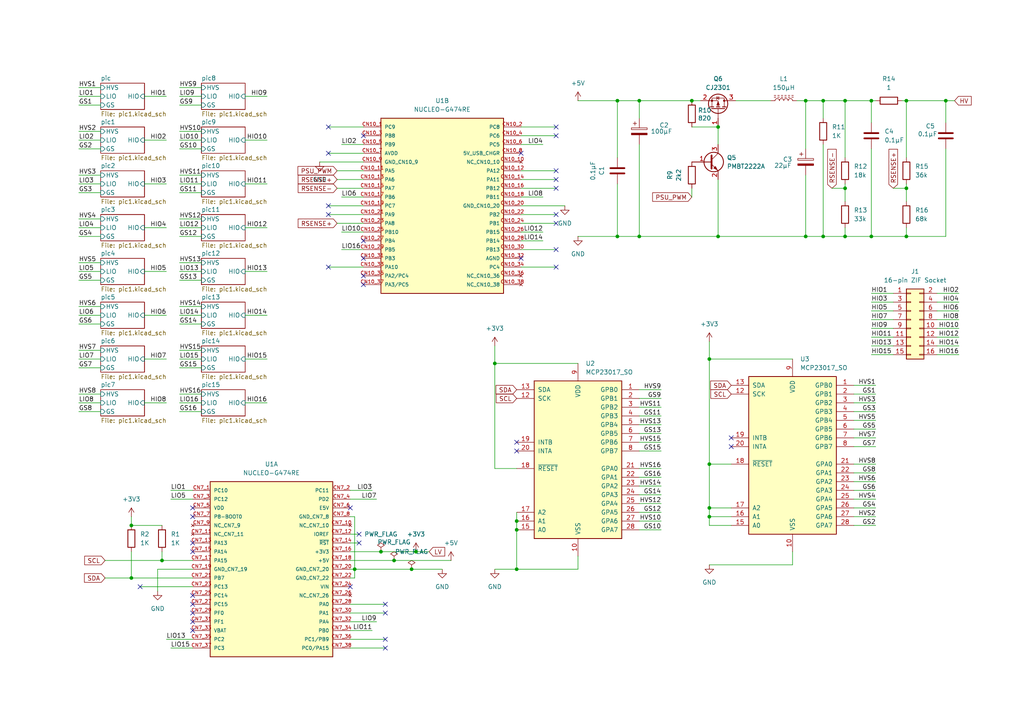
<source format=kicad_sch>
(kicad_sch (version 20231120) (generator "eeschema") (generator_version "8.0")
  (paper "A4")
  (junction (at 38.1 152.4))
  (junction (at 262.89 29.21))
  (junction (at 245.11 29.21))
  (junction (at 238.76 29.21))
  (junction (at 262.89 68.58))
  (junction (at 179.07 68.58))
  (junction (at 149.86 165.1))
  (junction (at 205.74 134.62))
  (junction (at 120.65 160.02))
  (junction (at 233.68 29.21))
  (junction (at 149.86 151.13))
  (junction (at 185.42 29.21))
  (junction (at 38.1 167.64))
  (junction (at 143.51 105.41))
  (junction (at 208.28 36.83))
  (junction (at 205.74 149.86))
  (junction (at 233.68 68.58))
  (junction (at 179.07 29.21))
  (junction (at 208.28 68.58))
  (junction (at 245.11 54.61))
  (junction (at 205.74 147.32))
  (junction (at 200.66 29.21))
  (junction (at 238.76 68.58))
  (junction (at 252.73 29.21))
  (junction (at 110.49 160.02))
  (junction (at 245.11 68.58))
  (junction (at 274.32 29.21))
  (junction (at 114.3 162.56))
  (junction (at 262.89 54.61))
  (junction (at 149.86 153.67))
  (junction (at 46.99 162.56))
  (junction (at 205.74 104.14))
  (junction (at 252.73 68.58))
  (junction (at 102.87 165.1))
  (junction (at 185.42 68.58))
  (junction (at 119.38 165.1))
  (no_connect (at 55.88 177.8))
  (no_connect (at 105.41 69.85))
  (no_connect (at 104.14 154.94))
  (no_connect (at 161.29 54.61))
  (no_connect (at 105.41 80.01))
  (no_connect (at 101.6 170.18))
  (no_connect (at 111.76 187.96))
  (no_connect (at 55.88 147.32))
  (no_connect (at 105.41 74.93))
  (no_connect (at 40.64 170.18))
  (no_connect (at 95.25 44.45))
  (no_connect (at 55.88 182.88))
  (no_connect (at 55.88 149.86))
  (no_connect (at 161.29 52.07))
  (no_connect (at 105.41 82.55))
  (no_connect (at 151.13 74.93))
  (no_connect (at 161.29 49.53))
  (no_connect (at 161.29 64.77))
  (no_connect (at 101.6 147.32))
  (no_connect (at 111.76 185.42))
  (no_connect (at 212.09 127))
  (no_connect (at 212.09 129.54))
  (no_connect (at 111.76 175.26))
  (no_connect (at 95.25 59.69))
  (no_connect (at 149.86 130.81))
  (no_connect (at 111.76 177.8))
  (no_connect (at 104.14 157.48))
  (no_connect (at 55.88 160.02))
  (no_connect (at 161.29 36.83))
  (no_connect (at 95.25 36.83))
  (no_connect (at 161.29 72.39))
  (no_connect (at 161.29 77.47))
  (no_connect (at 95.25 77.47))
  (no_connect (at 95.25 62.23))
  (no_connect (at 55.88 175.26))
  (no_connect (at 55.88 172.72))
  (no_connect (at 151.13 44.45))
  (no_connect (at 55.88 180.34))
  (no_connect (at 161.29 62.23))
  (no_connect (at 161.29 39.37))
  (no_connect (at 149.86 128.27))
  (no_connect (at 105.41 39.37))
  (no_connect (at 55.88 157.48))
  (wire (pts (xy 52.07 27.94) (xy 58.42 27.94)))
  (wire (pts (xy 22.86 40.64) (xy 29.21 40.64)))
  (wire (pts (xy 101.6 160.02) (xy 110.49 160.02)))
  (wire (pts (xy 55.88 185.42) (xy 48.26 185.42)))
  (wire (pts (xy 274.32 29.21) (xy 274.32 35.56)))
  (wire (pts (xy 185.42 68.58) (xy 208.28 68.58)))
  (wire (pts (xy 208.28 68.58) (xy 233.68 68.58)))
  (wire (pts (xy 105.41 59.69) (xy 95.25 59.69)))
  (wire (pts (xy 52.07 81.28) (xy 58.42 81.28)))
  (wire (pts (xy 52.07 25.4) (xy 58.42 25.4)))
  (wire (pts (xy 245.11 53.34) (xy 245.11 54.61)))
  (wire (pts (xy 191.77 130.81) (xy 185.42 130.81)))
  (wire (pts (xy 254 149.86) (xy 247.65 149.86)))
  (wire (pts (xy 22.86 78.74) (xy 29.21 78.74)))
  (wire (pts (xy 22.86 68.58) (xy 29.21 68.58)))
  (wire (pts (xy 143.51 105.41) (xy 143.51 100.33)))
  (wire (pts (xy 22.86 88.9) (xy 29.21 88.9)))
  (wire (pts (xy 151.13 62.23) (xy 161.29 62.23)))
  (wire (pts (xy 274.32 29.21) (xy 276.86 29.21)))
  (wire (pts (xy 114.3 162.56) (xy 130.81 162.56)))
  (wire (pts (xy 254 119.38) (xy 247.65 119.38)))
  (wire (pts (xy 143.51 105.41) (xy 167.64 105.41)))
  (wire (pts (xy 52.07 114.3) (xy 58.42 114.3)))
  (wire (pts (xy 52.07 68.58) (xy 58.42 68.58)))
  (wire (pts (xy 191.77 115.57) (xy 185.42 115.57)))
  (wire (pts (xy 77.47 40.64) (xy 71.12 40.64)))
  (wire (pts (xy 151.13 64.77) (xy 161.29 64.77)))
  (wire (pts (xy 200.66 54.61) (xy 200.66 57.15)))
  (wire (pts (xy 191.77 125.73) (xy 185.42 125.73)))
  (wire (pts (xy 105.41 54.61) (xy 97.79 54.61)))
  (wire (pts (xy 205.74 149.86) (xy 205.74 152.4)))
  (wire (pts (xy 101.6 177.8) (xy 111.76 177.8)))
  (wire (pts (xy 191.77 143.51) (xy 185.42 143.51)))
  (wire (pts (xy 262.89 66.04) (xy 262.89 68.58)))
  (wire (pts (xy 22.86 114.3) (xy 29.21 114.3)))
  (wire (pts (xy 252.73 43.18) (xy 252.73 68.58)))
  (wire (pts (xy 233.68 29.21) (xy 238.76 29.21)))
  (wire (pts (xy 45.72 171.45) (xy 45.72 165.1)))
  (wire (pts (xy 143.51 165.1) (xy 149.86 165.1)))
  (wire (pts (xy 22.86 91.44) (xy 29.21 91.44)))
  (wire (pts (xy 46.99 152.4) (xy 38.1 152.4)))
  (wire (pts (xy 149.86 135.89) (xy 143.51 135.89)))
  (wire (pts (xy 101.6 144.78) (xy 109.22 144.78)))
  (wire (pts (xy 52.07 93.98) (xy 58.42 93.98)))
  (wire (pts (xy 105.41 72.39) (xy 99.06 72.39)))
  (wire (pts (xy 48.26 78.74) (xy 41.91 78.74)))
  (wire (pts (xy 205.74 152.4) (xy 212.09 152.4)))
  (wire (pts (xy 105.41 62.23) (xy 95.25 62.23)))
  (wire (pts (xy 252.73 100.33) (xy 259.08 100.33)))
  (wire (pts (xy 233.68 68.58) (xy 238.76 68.58)))
  (wire (pts (xy 105.41 49.53) (xy 97.79 49.53)))
  (wire (pts (xy 105.41 67.31) (xy 99.06 67.31)))
  (wire (pts (xy 191.77 148.59) (xy 185.42 148.59)))
  (wire (pts (xy 261.62 29.21) (xy 262.89 29.21)))
  (wire (pts (xy 22.86 30.48) (xy 29.21 30.48)))
  (wire (pts (xy 167.64 68.58) (xy 179.07 68.58)))
  (wire (pts (xy 252.73 85.09) (xy 259.08 85.09)))
  (wire (pts (xy 102.87 167.64) (xy 102.87 165.1)))
  (wire (pts (xy 245.11 68.58) (xy 252.73 68.58)))
  (wire (pts (xy 38.1 152.4) (xy 38.1 149.86)))
  (wire (pts (xy 101.6 142.24) (xy 107.95 142.24)))
  (wire (pts (xy 254 127) (xy 247.65 127)))
  (wire (pts (xy 252.73 97.79) (xy 259.08 97.79)))
  (wire (pts (xy 252.73 87.63) (xy 259.08 87.63)))
  (wire (pts (xy 245.11 29.21) (xy 245.11 45.72)))
  (wire (pts (xy 46.99 162.56) (xy 55.88 162.56)))
  (wire (pts (xy 233.68 29.21) (xy 233.68 43.18)))
  (wire (pts (xy 254 114.3) (xy 247.65 114.3)))
  (wire (pts (xy 55.88 187.96) (xy 49.53 187.96)))
  (wire (pts (xy 262.89 53.34) (xy 262.89 54.61)))
  (wire (pts (xy 105.41 46.99) (xy 92.71 46.99)))
  (wire (pts (xy 48.26 40.64) (xy 41.91 40.64)))
  (wire (pts (xy 105.41 36.83) (xy 95.25 36.83)))
  (wire (pts (xy 38.1 160.02) (xy 38.1 167.64)))
  (wire (pts (xy 48.26 53.34) (xy 41.91 53.34)))
  (wire (pts (xy 179.07 29.21) (xy 185.42 29.21)))
  (wire (pts (xy 151.13 49.53) (xy 161.29 49.53)))
  (wire (pts (xy 262.89 68.58) (xy 274.32 68.58)))
  (wire (pts (xy 254 144.78) (xy 247.65 144.78)))
  (wire (pts (xy 105.41 44.45) (xy 95.25 44.45)))
  (wire (pts (xy 38.1 167.64) (xy 55.88 167.64)))
  (wire (pts (xy 205.74 147.32) (xy 205.74 149.86)))
  (wire (pts (xy 52.07 116.84) (xy 58.42 116.84)))
  (wire (pts (xy 191.77 113.03) (xy 185.42 113.03)))
  (wire (pts (xy 254 121.92) (xy 247.65 121.92)))
  (wire (pts (xy 101.6 175.26) (xy 111.76 175.26)))
  (wire (pts (xy 46.99 160.02) (xy 46.99 162.56)))
  (wire (pts (xy 191.77 146.05) (xy 185.42 146.05)))
  (wire (pts (xy 205.74 163.83) (xy 229.87 163.83)))
  (wire (pts (xy 205.74 134.62) (xy 205.74 104.14)))
  (wire (pts (xy 52.07 119.38) (xy 58.42 119.38)))
  (wire (pts (xy 105.41 77.47) (xy 95.25 77.47)))
  (wire (pts (xy 52.07 38.1) (xy 58.42 38.1)))
  (wire (pts (xy 105.41 57.15) (xy 99.06 57.15)))
  (wire (pts (xy 245.11 29.21) (xy 252.73 29.21)))
  (wire (pts (xy 262.89 29.21) (xy 262.89 45.72)))
  (wire (pts (xy 149.86 151.13) (xy 149.86 153.67)))
  (wire (pts (xy 254 137.16) (xy 247.65 137.16)))
  (wire (pts (xy 252.73 95.25) (xy 259.08 95.25)))
  (wire (pts (xy 149.86 165.1) (xy 167.64 165.1)))
  (wire (pts (xy 254 116.84) (xy 247.65 116.84)))
  (wire (pts (xy 151.13 54.61) (xy 161.29 54.61)))
  (wire (pts (xy 205.74 149.86) (xy 212.09 149.86)))
  (wire (pts (xy 191.77 138.43) (xy 185.42 138.43)))
  (wire (pts (xy 233.68 50.8) (xy 233.68 68.58)))
  (wire (pts (xy 241.3 54.61) (xy 245.11 54.61)))
  (wire (pts (xy 48.26 91.44) (xy 41.91 91.44)))
  (wire (pts (xy 278.13 90.17) (xy 271.78 90.17)))
  (wire (pts (xy 254 134.62) (xy 247.65 134.62)))
  (wire (pts (xy 22.86 27.94) (xy 29.21 27.94)))
  (wire (pts (xy 262.89 29.21) (xy 274.32 29.21)))
  (wire (pts (xy 52.07 78.74) (xy 58.42 78.74)))
  (wire (pts (xy 252.73 92.71) (xy 259.08 92.71)))
  (wire (pts (xy 101.6 185.42) (xy 111.76 185.42)))
  (wire (pts (xy 55.88 142.24) (xy 49.53 142.24)))
  (wire (pts (xy 208.28 36.83) (xy 208.28 41.91)))
  (wire (pts (xy 212.09 134.62) (xy 205.74 134.62)))
  (wire (pts (xy 254 139.7) (xy 247.65 139.7)))
  (wire (pts (xy 143.51 135.89) (xy 143.51 105.41)))
  (wire (pts (xy 254 124.46) (xy 247.65 124.46)))
  (wire (pts (xy 278.13 95.25) (xy 271.78 95.25)))
  (wire (pts (xy 274.32 43.18) (xy 274.32 68.58)))
  (wire (pts (xy 167.64 29.21) (xy 179.07 29.21)))
  (wire (pts (xy 254 129.54) (xy 247.65 129.54)))
  (wire (pts (xy 252.73 90.17) (xy 259.08 90.17)))
  (wire (pts (xy 110.49 160.02) (xy 120.65 160.02)))
  (wire (pts (xy 22.86 93.98) (xy 29.21 93.98)))
  (wire (pts (xy 101.6 180.34) (xy 109.22 180.34)))
  (wire (pts (xy 30.48 162.56) (xy 46.99 162.56)))
  (wire (pts (xy 254 147.32) (xy 247.65 147.32)))
  (wire (pts (xy 200.66 29.21) (xy 203.2 29.21)))
  (wire (pts (xy 191.77 120.65) (xy 185.42 120.65)))
  (wire (pts (xy 120.65 160.02) (xy 124.46 160.02)))
  (wire (pts (xy 245.11 54.61) (xy 245.11 58.42)))
  (wire (pts (xy 52.07 88.9) (xy 58.42 88.9)))
  (wire (pts (xy 191.77 135.89) (xy 185.42 135.89)))
  (wire (pts (xy 205.74 134.62) (xy 205.74 147.32)))
  (wire (pts (xy 167.64 165.1) (xy 167.64 161.29)))
  (wire (pts (xy 22.86 25.4) (xy 29.21 25.4)))
  (wire (pts (xy 238.76 41.91) (xy 238.76 68.58)))
  (wire (pts (xy 278.13 87.63) (xy 271.78 87.63)))
  (wire (pts (xy 105.41 64.77) (xy 97.79 64.77)))
  (wire (pts (xy 52.07 40.64) (xy 58.42 40.64)))
  (wire (pts (xy 205.74 147.32) (xy 212.09 147.32)))
  (wire (pts (xy 252.73 29.21) (xy 252.73 35.56)))
  (wire (pts (xy 205.74 104.14) (xy 205.74 99.06)))
  (wire (pts (xy 48.26 116.84) (xy 41.91 116.84)))
  (wire (pts (xy 77.47 78.74) (xy 71.12 78.74)))
  (wire (pts (xy 22.86 104.14) (xy 29.21 104.14)))
  (wire (pts (xy 52.07 66.04) (xy 58.42 66.04)))
  (wire (pts (xy 40.64 170.18) (xy 55.88 170.18)))
  (wire (pts (xy 262.89 54.61) (xy 262.89 58.42)))
  (wire (pts (xy 278.13 85.09) (xy 271.78 85.09)))
  (wire (pts (xy 77.47 104.14) (xy 71.12 104.14)))
  (wire (pts (xy 77.47 66.04) (xy 71.12 66.04)))
  (wire (pts (xy 245.11 66.04) (xy 245.11 68.58)))
  (wire (pts (xy 151.13 72.39) (xy 161.29 72.39)))
  (wire (pts (xy 151.13 57.15) (xy 157.48 57.15)))
  (wire (pts (xy 205.74 104.14) (xy 229.87 104.14)))
  (wire (pts (xy 252.73 102.87) (xy 259.08 102.87)))
  (wire (pts (xy 22.86 119.38) (xy 29.21 119.38)))
  (wire (pts (xy 52.07 63.5) (xy 58.42 63.5)))
  (wire (pts (xy 101.6 154.94) (xy 104.14 154.94)))
  (wire (pts (xy 191.77 153.67) (xy 185.42 153.67)))
  (wire (pts (xy 22.86 63.5) (xy 29.21 63.5)))
  (wire (pts (xy 278.13 97.79) (xy 271.78 97.79)))
  (wire (pts (xy 213.36 29.21) (xy 223.52 29.21)))
  (wire (pts (xy 52.07 91.44) (xy 58.42 91.44)))
  (wire (pts (xy 52.07 53.34) (xy 58.42 53.34)))
  (wire (pts (xy 208.28 52.07) (xy 208.28 68.58)))
  (wire (pts (xy 151.13 69.85) (xy 157.48 69.85)))
  (wire (pts (xy 45.72 165.1) (xy 55.88 165.1)))
  (wire (pts (xy 151.13 59.69) (xy 163.83 59.69)))
  (wire (pts (xy 77.47 91.44) (xy 71.12 91.44)))
  (wire (pts (xy 30.48 167.64) (xy 38.1 167.64)))
  (wire (pts (xy 252.73 68.58) (xy 262.89 68.58)))
  (wire (pts (xy 48.26 27.94) (xy 41.91 27.94)))
  (wire (pts (xy 52.07 106.68) (xy 58.42 106.68)))
  (wire (pts (xy 101.6 182.88) (xy 107.95 182.88)))
  (wire (pts (xy 52.07 50.8) (xy 58.42 50.8)))
  (wire (pts (xy 185.42 29.21) (xy 185.42 34.29)))
  (wire (pts (xy 151.13 77.47) (xy 161.29 77.47)))
  (wire (pts (xy 22.86 76.2) (xy 29.21 76.2)))
  (wire (pts (xy 278.13 102.87) (xy 271.78 102.87)))
  (wire (pts (xy 191.77 118.11) (xy 185.42 118.11)))
  (wire (pts (xy 52.07 104.14) (xy 58.42 104.14)))
  (wire (pts (xy 254 152.4) (xy 247.65 152.4)))
  (wire (pts (xy 151.13 67.31) (xy 157.48 67.31)))
  (wire (pts (xy 48.26 104.14) (xy 41.91 104.14)))
  (wire (pts (xy 52.07 101.6) (xy 58.42 101.6)))
  (wire (pts (xy 151.13 39.37) (xy 161.29 39.37)))
  (wire (pts (xy 151.13 36.83) (xy 161.29 36.83)))
  (wire (pts (xy 179.07 53.34) (xy 179.07 68.58)))
  (wire (pts (xy 238.76 29.21) (xy 245.11 29.21)))
  (wire (pts (xy 48.26 66.04) (xy 41.91 66.04)))
  (wire (pts (xy 191.77 128.27) (xy 185.42 128.27)))
  (wire (pts (xy 105.41 41.91) (xy 99.06 41.91)))
  (wire (pts (xy 55.88 144.78) (xy 49.53 144.78)))
  (wire (pts (xy 101.6 165.1) (xy 102.87 165.1)))
  (wire (pts (xy 191.77 151.13) (xy 185.42 151.13)))
  (wire (pts (xy 52.07 30.48) (xy 58.42 30.48)))
  (wire (pts (xy 101.6 187.96) (xy 111.76 187.96)))
  (wire (pts (xy 52.07 43.18) (xy 58.42 43.18)))
  (wire (pts (xy 119.38 165.1) (xy 128.27 165.1)))
  (wire (pts (xy 151.13 41.91) (xy 157.48 41.91)))
  (wire (pts (xy 77.47 27.94) (xy 71.12 27.94)))
  (wire (pts (xy 77.47 116.84) (xy 71.12 116.84)))
  (wire (pts (xy 149.86 148.59) (xy 149.86 151.13)))
  (wire (pts (xy 254 142.24) (xy 247.65 142.24)))
  (wire (pts (xy 278.13 100.33) (xy 271.78 100.33)))
  (wire (pts (xy 238.76 68.58) (xy 245.11 68.58)))
  (wire (pts (xy 22.86 101.6) (xy 29.21 101.6)))
  (wire (pts (xy 22.86 106.68) (xy 29.21 106.68)))
  (wire (pts (xy 185.42 29.21) (xy 200.66 29.21)))
  (wire (pts (xy 101.6 162.56) (xy 114.3 162.56)))
  (wire (pts (xy 278.13 92.71) (xy 271.78 92.71)))
  (wire (pts (xy 179.07 29.21) (xy 179.07 45.72)))
  (wire (pts (xy 22.86 81.28) (xy 29.21 81.28)))
  (wire (pts (xy 200.66 36.83) (xy 208.28 36.83)))
  (wire (pts (xy 149.86 153.67) (xy 149.86 165.1)))
  (wire (pts (xy 105.41 52.07) (xy 97.79 52.07)))
  (wire (pts (xy 102.87 149.86) (xy 101.6 149.86)))
  (wire (pts (xy 22.86 53.34) (xy 29.21 53.34)))
  (wire (pts (xy 102.87 165.1) (xy 102.87 149.86)))
  (wire (pts (xy 22.86 116.84) (xy 29.21 116.84)))
  (wire (pts (xy 151.13 52.07) (xy 161.29 52.07)))
  (wire (pts (xy 252.73 29.21) (xy 254 29.21)))
  (wire (pts (xy 191.77 140.97) (xy 185.42 140.97)))
  (wire (pts (xy 254 111.76) (xy 247.65 111.76)))
  (wire (pts (xy 101.6 167.64) (xy 102.87 167.64)))
  (wire (pts (xy 22.86 66.04) (xy 29.21 66.04)))
  (wire (pts (xy 238.76 29.21) (xy 238.76 34.29)))
  (wire (pts (xy 231.14 29.21) (xy 233.68 29.21)))
  (wire (pts (xy 22.86 50.8) (xy 29.21 50.8)))
  (wire (pts (xy 22.86 55.88) (xy 29.21 55.88)))
  (wire (pts (xy 22.86 43.18) (xy 29.21 43.18)))
  (wire (pts (xy 179.07 68.58) (xy 185.42 68.58)))
  (wire (pts (xy 229.87 163.83) (xy 229.87 160.02)))
  (wire (pts (xy 102.87 165.1) (xy 119.38 165.1)))
  (wire (pts (xy 259.08 54.61) (xy 262.89 54.61)))
  (wire (pts (xy 77.47 53.34) (xy 71.12 53.34)))
  (wire (pts (xy 52.07 76.2) (xy 58.42 76.2)))
  (wire (pts (xy 101.6 157.48) (xy 104.14 157.48)))
  (wire (pts (xy 52.07 55.88) (xy 58.42 55.88)))
  (wire (pts (xy 22.86 38.1) (xy 29.21 38.1)))
  (wire (pts (xy 185.42 41.91) (xy 185.42 68.58)))
  (wire (pts (xy 191.77 123.19) (xy 185.42 123.19)))
  (label "GS14" (at 191.77 143.51 180))
  (label "GS12" (at 191.77 148.59 180))
  (label "HVS1" (at 254 111.76 180))
  (label "GS12" (at 52.07 68.58 0))
  (label "GS10" (at 191.77 153.67 180))
  (label "GS16" (at 52.07 119.38 0))
  (label "HIO10" (at 278.13 95.25 180))
  (label "LIO8" (at 22.86 116.84 0))
  (label "LIO1" (at 49.53 142.24 0))
  (label "HVS10" (at 52.07 38.1 0))
  (label "HVS6" (at 254 139.7 180))
  (label "HVS8" (at 22.86 114.3 0))
  (label "LIO8" (at 157.48 57.15 180))
  (label "HIO12" (at 278.13 97.79 180))
  (label "GS14" (at 52.07 93.98 0))
  (label "HVS12" (at 52.07 63.5 0))
  (label "HIO7" (at 252.73 92.71 0))
  (label "HIO16" (at 77.47 116.84 180))
  (label "HIO14" (at 77.47 91.44 180))
  (label "LIO16" (at 52.07 116.84 0))
  (label "LIO1" (at 22.86 27.94 0))
  (label "HVS13" (at 191.77 123.19 180))
  (label "HIO11" (at 77.47 53.34 180))
  (label "GS3" (at 22.86 55.88 0))
  (label "HVS16" (at 191.77 135.89 180))
  (label "LIO13" (at 52.07 78.74 0))
  (label "HIO7" (at 48.26 104.14 180))
  (label "GS4" (at 254 147.32 180))
  (label "HIO4" (at 278.13 87.63 180))
  (label "GS1" (at 22.86 30.48 0))
  (label "GS2" (at 22.86 43.18 0))
  (label "HVS15" (at 52.07 101.6 0))
  (label "HVS6" (at 22.86 88.9 0))
  (label "HIO16" (at 278.13 102.87 180))
  (label "HVS4" (at 22.86 63.5 0))
  (label "HIO3" (at 48.26 53.34 180))
  (label "LIO4" (at 157.48 41.91 180))
  (label "HIO4" (at 48.26 66.04 180))
  (label "HVS7" (at 254 127 180))
  (label "GS6" (at 22.86 93.98 0))
  (label "HIO15" (at 77.47 104.14 180))
  (label "HVS4" (at 254 144.78 180))
  (label "HVS9" (at 191.77 113.03 180))
  (label "LIO7" (at 22.86 104.14 0))
  (label "LIO15" (at 49.53 187.96 0))
  (label "HVS16" (at 52.07 114.3 0))
  (label "LIO10" (at 52.07 40.64 0))
  (label "LIO6" (at 99.06 57.15 0))
  (label "GS8" (at 254 137.16 180))
  (label "GS15" (at 191.77 130.81 180))
  (label "GS2" (at 254 152.4 180))
  (label "HIO2" (at 48.26 40.64 180))
  (label "LIO10" (at 99.06 67.31 0))
  (label "GS16" (at 191.77 138.43 180))
  (label "LIO9" (at 52.07 27.94 0))
  (label "GS6" (at 254 142.24 180))
  (label "GS9" (at 191.77 115.57 180))
  (label "HVS7" (at 22.86 101.6 0))
  (label "HVS8" (at 254 134.62 180))
  (label "GS15" (at 52.07 106.68 0))
  (label "LIO11" (at 107.95 182.88 180))
  (label "GS7" (at 254 129.54 180))
  (label "HVS11" (at 191.77 118.11 180))
  (label "LIO2" (at 99.06 41.91 0))
  (label "GS8" (at 22.86 119.38 0))
  (label "HVS9" (at 52.07 25.4 0))
  (label "HVS5" (at 254 121.92 180))
  (label "HIO1" (at 252.73 85.09 0))
  (label "LIO6" (at 22.86 91.44 0))
  (label "HVS15" (at 191.77 128.27 180))
  (label "LIO5" (at 22.86 78.74 0))
  (label "HVS3" (at 254 116.84 180))
  (label "HIO13" (at 252.73 100.33 0))
  (label "LIO14" (at 52.07 91.44 0))
  (label "LIO3" (at 107.95 142.24 180))
  (label "HVS14" (at 52.07 88.9 0))
  (label "HIO12" (at 77.47 66.04 180))
  (label "HVS5" (at 22.86 76.2 0))
  (label "HVS11" (at 52.07 50.8 0))
  (label "GS10" (at 52.07 43.18 0))
  (label "GS5" (at 254 124.46 180))
  (label "HVS1" (at 22.86 25.4 0))
  (label "HIO11" (at 252.73 97.79 0))
  (label "HIO5" (at 48.26 78.74 180))
  (label "LIO11" (at 52.07 53.34 0))
  (label "LIO3" (at 22.86 53.34 0))
  (label "GS11" (at 52.07 55.88 0))
  (label "GS11" (at 191.77 120.65 180))
  (label "HIO8" (at 48.26 116.84 180))
  (label "HIO6" (at 278.13 90.17 180))
  (label "LIO12" (at 52.07 66.04 0))
  (label "GS1" (at 254 114.3 180))
  (label "HVS14" (at 191.77 140.97 180))
  (label "HIO9" (at 77.47 27.94 180))
  (label "HVS10" (at 191.77 151.13 180))
  (label "HVS2" (at 22.86 38.1 0))
  (label "GS13" (at 191.77 125.73 180))
  (label "GS5" (at 22.86 81.28 0))
  (label "HVS13" (at 52.07 76.2 0))
  (label "HIO13" (at 77.47 78.74 180))
  (label "GS7" (at 22.86 106.68 0))
  (label "LIO2" (at 22.86 40.64 0))
  (label "HIO1" (at 48.26 27.94 180))
  (label "HIO10" (at 77.47 40.64 180))
  (label "HVS12" (at 191.77 146.05 180))
  (label "LIO13" (at 48.26 185.42 0))
  (label "LIO14" (at 157.48 69.85 180))
  (label "LIO16" (at 99.06 72.39 0))
  (label "HIO2" (at 278.13 85.09 180))
  (label "GS3" (at 254 119.38 180))
  (label "LIO12" (at 157.48 67.31 180))
  (label "HIO5" (at 252.73 90.17 0))
  (label "GS4" (at 22.86 68.58 0))
  (label "HVS3" (at 22.86 50.8 0))
  (label "HIO15" (at 252.73 102.87 0))
  (label "LIO4" (at 22.86 66.04 0))
  (label "HIO14" (at 278.13 100.33 180))
  (label "HIO6" (at 48.26 91.44 180))
  (label "HIO3" (at 252.73 87.63 0))
  (label "GS9" (at 52.07 30.48 0))
  (label "HIO9" (at 252.73 95.25 0))
  (label "HIO8" (at 278.13 92.71 180))
  (label "GS13" (at 52.07 81.28 0))
  (label "LIO15" (at 52.07 104.14 0))
  (label "HVS2" (at 254 149.86 180))
  (label "LIO5" (at 49.53 144.78 0))
  (label "LIO9" (at 109.22 180.34 180))
  (label "LIO7" (at 109.22 144.78 180))
  (global_label "LV" (shape input) (at 124.46 160.02 0) (property "Intersheetrefs" "${INTERSHEET_REFS}" (effects (hide yes))))
  (global_label "RSENSE+" (shape input) (at 97.79 52.07 180) (property "Intersheetrefs" "${INTERSHEET_REFS}" (effects (hide yes))))
  (global_label "SCL" (shape input) (at 30.48 162.56 180) (property "Intersheetrefs" "${INTERSHEET_REFS}" (effects (hide yes))))
  (global_label "SCL" (shape input) (at 149.86 115.57 180) (property "Intersheetrefs" "${INTERSHEET_REFS}" (effects (hide yes))))
  (global_label "PSU_PWM" (shape input) (at 200.66 57.15 180) (property "Intersheetrefs" "${INTERSHEET_REFS}" (effects (hide yes))))
  (global_label "HV" (shape input) (at 276.86 29.21 0) (property "Intersheetrefs" "${INTERSHEET_REFS}" (effects (hide yes))))
  (global_label "RSENSE+" (shape input) (at 97.79 64.77 180) (property "Intersheetrefs" "${INTERSHEET_REFS}" (effects (hide yes))))
  (global_label "SDA" (shape input) (at 212.09 111.76 180) (property "Intersheetrefs" "${INTERSHEET_REFS}" (effects (hide yes))))
  (global_label "SDA" (shape input) (at 30.48 167.64 180) (property "Intersheetrefs" "${INTERSHEET_REFS}" (effects (hide yes))))
  (global_label "RSENSE-" (shape input) (at 241.3 54.61 90) (property "Intersheetrefs" "${INTERSHEET_REFS}" (effects (hide yes))))
  (global_label "SDA" (shape input) (at 149.86 113.03 180) (property "Intersheetrefs" "${INTERSHEET_REFS}" (effects (hide yes))))
  (global_label "SCL" (shape input) (at 212.09 114.3 180) (property "Intersheetrefs" "${INTERSHEET_REFS}" (effects (hide yes))))
  (global_label "PSU_PWM" (shape input) (at 97.79 49.53 180) (property "Intersheetrefs" "${INTERSHEET_REFS}" (effects (hide yes))))
  (global_label "RSENSE-" (shape input) (at 97.79 54.61 180) (property "Intersheetrefs" "${INTERSHEET_REFS}" (effects (hide yes))))
  (global_label "RSENSE+" (shape input) (at 259.08 54.61 90) (property "Intersheetrefs" "${INTERSHEET_REFS}" (effects (hide yes))))
  (symbol (lib_id "Device:R") (at 200.66 33.02 0) (unit 1)
    (property "Reference" "R10" (at 202.438 32.004 0) (effects (justify left)))
    (property "Value" "820" (at 202.438 34.29 0) (effects (justify left)))
    (property "Footprint" "Resistor_SMD:R_1206_3216Metric_Pad1.30x1.75mm_HandSolder" (effects (hide yes)))
    (property "Description" "Resistor" (effects (hide yes)))
  )
  (symbol (lib_id "Device:C") (at 252.73 39.37 0) (unit 1)
    (property "Reference" "C4" (at 256.54 38.0999 0) (effects (justify left)))
    (property "Value" "0.1µF" (at 256.54 40.6399 0) (effects (justify left)))
    (property "Footprint" "Capacitor_SMD:C_1206_3216Metric_Pad1.33x1.80mm_HandSolder" (effects (hide yes)))
    (property "Description" "Unpolarized capacitor" (effects (hide yes)))
  )
  (symbol (lib_id "power:+3V3") (at 38.1 149.86 0) (unit 1)
    (property "Reference" "#PWR05" (effects (hide yes)))
    (property "Value" "+3V3" (at 38.1 144.78 0))
    (property "Description" "Power symbol creates a global label with name \"+3V3\"" (effects (hide yes)))
  )
  (symbol (lib_id "Transistor_FET:IRF4905") (at 208.28 31.75 270) (mirror x) (unit 1)
    (property "Reference" "Q6" (at 208.28 22.86 90))
    (property "Value" "CJ2301" (at 208.28 25.4 90))
    (property "Footprint" "Package_TO_SOT_SMD:SOT-23" (effects (hide yes)))
    (property "Datasheet" "http://www.infineon.com/dgdl/irf4905.pdf?fileId=5546d462533600a4015355e32165197c" (effects (hide yes)))
    (property "Description" "-74A Id, -55V Vds, Single P-Channel HEXFET Power MOSFET, 20mOhm Ron, TO-220AB" (effects (hide yes)))
  )
  (symbol (lib_id "Device:R") (at 245.11 62.23 0) (unit 1)
    (property "Reference" "R13" (at 247.65 60.9599 0) (effects (justify left)))
    (property "Value" "33k" (at 247.65 63.4999 0) (effects (justify left)))
    (property "Footprint" "Resistor_SMD:R_1206_3216Metric_Pad1.30x1.75mm_HandSolder" (effects (hide yes)))
    (property "Description" "Resistor" (effects (hide yes)))
  )
  (symbol (lib_id "Device:R") (at 262.89 49.53 0) (unit 1)
    (property "Reference" "R15" (at 265.43 48.2599 0) (effects (justify left)))
    (property "Value" "36k" (at 265.43 50.7999 0) (effects (justify left)))
    (property "Footprint" "Resistor_SMD:R_1206_3216Metric_Pad1.30x1.75mm_HandSolder" (effects (hide yes)))
    (property "Description" "Resistor" (effects (hide yes)))
  )
  (symbol (lib_id "power:PWR_FLAG") (at 114.3 162.56 0) (unit 1)
    (property "Reference" "#FLG02" (effects (hide yes)))
    (property "Value" "PWR_FLAG" (at 114.3 157.226 0))
    (property "Description" "Special symbol for telling ERC where power comes from" (effects (hide yes)))
  )
  (symbol (lib_id "Device:C_Polarized") (at 233.68 46.99 0) (unit 1)
    (property "Reference" "C3" (at 227.076 46.228 0) (effects (justify left)))
    (property "Value" "22µF" (at 224.536 48.006 0) (effects (justify left)))
    (property "Footprint" "Capacitor_SMD:CP_Elec_6.3x5.4" (effects (hide yes)))
    (property "Description" "Polarized capacitor" (effects (hide yes)))
  )
  (symbol (lib_id "Connector_Generic:Conn_02x08_Odd_Even") (at 264.16 92.71 0) (unit 1)
    (property "Reference" "J1" (at 265.43 78.74 0))
    (property "Value" "16-pin ZIF Socket" (at 265.43 81.28 0))
    (property "Footprint" "Library:ZIF-16" (effects (hide yes)))
    (property "Description" "Generic connector, double row, 02x08, odd/even pin numbering scheme (row 1 odd numbers, row 2 even numbers), script generated (kicad-library-utils/schlib/autogen/connector/)" (effects (hide yes)))
  )
  (symbol (lib_id "power:GND") (at 92.71 46.99 0) (mirror y) (unit 1)
    (property "Reference" "#PWR07" (effects (hide yes)))
    (property "Value" "GND" (at 92.71 52.07 0))
    (property "Description" "Power symbol creates a global label with name \"GND\" , ground" (effects (hide yes)))
  )
  (symbol (lib_id "Device:C") (at 179.07 49.53 180) (unit 1)
    (property "Reference" "C1" (at 174.498 49.53 90))
    (property "Value" "0.1µF" (at 171.958 49.53 90))
    (property "Footprint" "Capacitor_SMD:C_1206_3216Metric_Pad1.33x1.80mm_HandSolder" (effects (hide yes)))
    (property "Description" "Unpolarized capacitor" (effects (hide yes)))
  )
  (symbol (lib_id "power:GND") (at 45.72 171.45 0) (unit 1)
    (property "Reference" "#PWR09" (effects (hide yes)))
    (property "Value" "GND" (at 45.72 176.53 0))
    (property "Description" "Power symbol creates a global label with name \"GND\" , ground" (effects (hide yes)))
  )
  (symbol (lib_id "power:GND") (at 205.74 163.83 0) (unit 1)
    (property "Reference" "#PWR014" (effects (hide yes)))
    (property "Value" "GND" (at 205.74 168.91 0))
    (property "Description" "Power symbol creates a global label with name \"GND\" , ground" (effects (hide yes)))
  )
  (symbol (lib_id "power:+3V3") (at 205.74 99.06 0) (unit 1)
    (property "Reference" "#PWR013" (effects (hide yes)))
    (property "Value" "+3V3" (at 205.74 93.98 0))
    (property "Description" "Power symbol creates a global label with name \"+3V3\"" (effects (hide yes)))
  )
  (symbol (lib_id "NUCLEO-G474RE:NUCLEO-G474RE") (at 128.27 59.69 0) (unit 2)
    (property "Reference" "U1" (at 128.27 29.21 0))
    (property "Value" "NUCLEO-G474RE" (at 128.27 31.75 0))
    (property "Footprint" "Library:G474" (effects (hide yes)))
    (property "DigiKey_Part_Number" "497-19491-ND" (effects (hide yes)))
    (property "SnapEDA_Link" "https://www.snapeda.com/parts/NUCLEO-G474RE/STMicroelectronics/view-part/?ref=snap" (effects (hide yes)))
    (property "MAXIMUM_PACKAGE_HEIGHT" "20.7mm" (effects (hide yes)))
    (property "Package" "None" (effects (hide yes)))
    (property "Check_prices" "https://www.snapeda.com/parts/NUCLEO-G474RE/STMicroelectronics/view-part/?ref=eda" (effects (hide yes)))
    (property "STANDARD" "Manufacturer Recommendations" (effects (hide yes)))
    (property "PARTREV" "17" (effects (hide yes)))
    (property "MF" "STMicroelectronics" (effects (hide yes)))
    (property "MP" "NUCLEO-G474RE" (effects (hide yes)))
    (property "Description_1" "\n                        \n                            STM32G474 Nucleo-64 STM32G4 ARM® Cortex®-M4 MCU 32-Bit Embedded Evaluation Board\n                        \n" (effects (hide yes)))
    (property "MANUFACTURER" "STmicroelectronics" (effects (hide yes)))
  )
  (symbol (lib_id "Device:C_Polarized") (at 185.42 38.1 0) (unit 1)
    (property "Reference" "C2" (at 191.262 36.322 0) (effects (justify left)))
    (property "Value" "100µF" (at 188.722 38.1 0) (effects (justify left)))
    (property "Footprint" "Capacitor_SMD:CP_Elec_6.3x7.7" (effects (hide yes)))
    (property "Description" "Polarized capacitor" (effects (hide yes)))
  )
  (symbol (lib_id "NUCLEO-G474RE:NUCLEO-G474RE") (at 78.74 165.1 0) (unit 1)
    (property "Reference" "U1" (at 78.74 134.62 0))
    (property "Value" "NUCLEO-G474RE" (at 78.74 137.16 0))
    (property "Footprint" "Library:G474" (effects (hide yes)))
    (property "DigiKey_Part_Number" "497-19491-ND" (effects (hide yes)))
    (property "SnapEDA_Link" "https://www.snapeda.com/parts/NUCLEO-G474RE/STMicroelectronics/view-part/?ref=snap" (effects (hide yes)))
    (property "MAXIMUM_PACKAGE_HEIGHT" "20.7mm" (effects (hide yes)))
    (property "Package" "None" (effects (hide yes)))
    (property "Check_prices" "https://www.snapeda.com/parts/NUCLEO-G474RE/STMicroelectronics/view-part/?ref=eda" (effects (hide yes)))
    (property "STANDARD" "Manufacturer Recommendations" (effects (hide yes)))
    (property "PARTREV" "17" (effects (hide yes)))
    (property "MF" "STMicroelectronics" (effects (hide yes)))
    (property "MP" "NUCLEO-G474RE" (effects (hide yes)))
    (property "Description_1" "\n                        \n                            STM32G474 Nucleo-64 STM32G4 ARM® Cortex®-M4 MCU 32-Bit Embedded Evaluation Board\n                        \n" (effects (hide yes)))
    (property "MANUFACTURER" "STmicroelectronics" (effects (hide yes)))
  )
  (symbol (lib_id "power:+5V") (at 167.64 29.21 0) (unit 1)
    (property "Reference" "#PWR011" (effects (hide yes)))
    (property "Value" "+5V" (at 167.64 24.13 0))
    (property "Description" "Power symbol creates a global label with name \"+5V\"" (effects (hide yes)))
  )
  (symbol (lib_id "power:PWR_FLAG") (at 110.49 160.02 0) (unit 1)
    (property "Reference" "#FLG01" (effects (hide yes)))
    (property "Value" "PWR_FLAG" (at 110.49 154.94 0))
    (property "Description" "Special symbol for telling ERC where power comes from" (effects (hide yes)))
  )
  (symbol (lib_id "power:+3V3") (at 120.65 160.02 0) (unit 1)
    (property "Reference" "#PWR01" (effects (hide yes)))
    (property "Value" "+3V3" (at 120.65 154.94 0))
    (property "Description" "Power symbol creates a global label with name \"+3V3\"" (effects (hide yes)))
  )
  (symbol (lib_id "Device:R") (at 245.11 49.53 0) (unit 1)
    (property "Reference" "R12" (at 247.65 48.2599 0) (effects (justify left)))
    (property "Value" "18k" (at 247.65 50.7999 0) (effects (justify left)))
    (property "Footprint" "Resistor_SMD:R_1206_3216Metric_Pad1.30x1.75mm_HandSolder" (effects (hide yes)))
    (property "Description" "Resistor" (effects (hide yes)))
  )
  (symbol (lib_id "Device:R") (at 257.81 29.21 90) (unit 1)
    (property "Reference" "R14" (at 257.81 22.86 90))
    (property "Value" "1" (at 257.81 25.4 90))
    (property "Footprint" "Resistor_SMD:R_1206_3216Metric_Pad1.30x1.75mm_HandSolder" (effects (hide yes)))
    (property "Description" "Resistor" (effects (hide yes)))
  )
  (symbol (lib_id "Interface_Expansion:MCP23017_SO") (at 229.87 132.08 0) (unit 1)
    (property "Reference" "U3" (at 232.0641 104.14 0) (effects (justify left)))
    (property "Value" "MCP23017_SO" (at 232.0641 106.68 0) (effects (justify left)))
    (property "Footprint" "Package_SO:SOIC-28W_7.5x17.9mm_P1.27mm" (effects (hide yes)))
    (property "Datasheet" "http://ww1.microchip.com/downloads/en/DeviceDoc/20001952C.pdf" (effects (hide yes)))
    (property "Description" "16-bit I/O expander, I2C, interrupts, w pull-ups, SOIC-28" (effects (hide yes)))
  )
  (symbol (lib_id "power:PWR_FLAG") (at 119.38 165.1 0) (unit 1)
    (property "Reference" "#FLG03" (effects (hide yes)))
    (property "Value" "PWR_FLAG" (at 119.38 160.02 0))
    (property "Description" "Special symbol for telling ERC where power comes from" (effects (hide yes)))
  )
  (symbol (lib_id "Device:R") (at 200.66 50.8 180) (unit 1)
    (property "Reference" "R9" (at 194.31 50.8 90))
    (property "Value" "2k2" (at 196.85 50.8 90))
    (property "Footprint" "Resistor_SMD:R_1206_3216Metric_Pad1.30x1.75mm_HandSolder" (effects (hide yes)))
    (property "Description" "Resistor" (effects (hide yes)))
  )
  (symbol (lib_id "power:GND") (at 167.64 68.58 0) (unit 1)
    (property "Reference" "#PWR012" (effects (hide yes)))
    (property "Value" "GND" (at 167.64 73.66 0))
    (property "Description" "Power symbol creates a global label with name \"GND\" , ground" (effects (hide yes)))
  )
  (symbol (lib_id "Transistor_BJT:PMBT2222A") (at 205.74 46.99 0) (unit 1)
    (property "Reference" "Q5" (at 210.82 45.7199 0) (effects (justify left)))
    (property "Value" "PMBT2222A" (at 210.82 48.2599 0) (effects (justify left)))
    (property "Footprint" "Package_TO_SOT_SMD:SOT-23" (effects (hide yes)))
    (property "Datasheet" "https://assets.nexperia.com/documents/data-sheet/PMBT2222A.pdf" (effects (hide yes)))
    (property "Description" "600mA Ic, 40V Vce, NPN Transistor, SOT-23" (effects (hide yes)))
  )
  (symbol (lib_id "Device:L_Ferrite") (at 227.33 29.21 90) (unit 1)
    (property "Reference" "L1" (at 227.33 22.86 90))
    (property "Value" "150µH" (at 227.33 25.4 90))
    (property "Footprint" "Inductor_THT:L_Axial_L11.0mm_D4.5mm_P15.24mm_Horizontal_Fastron_MECC" (effects (hide yes)))
    (property "Description" "Inductor with ferrite core" (effects (hide yes)))
  )
  (symbol (lib_id "Device:R") (at 38.1 156.21 0) (unit 1)
    (property "Reference" "R2" (at 40.64 154.9399 0) (effects (justify left)))
    (property "Value" "1K" (at 40.64 157.4799 0) (effects (justify left)))
    (property "Footprint" "Resistor_SMD:R_1206_3216Metric_Pad1.30x1.75mm_HandSolder" (effects (hide yes)))
    (property "Description" "Resistor" (effects (hide yes)))
  )
  (symbol (lib_id "Device:R") (at 238.76 38.1 0) (unit 1)
    (property "Reference" "R11" (at 241.3 36.8299 0) (effects (justify left)))
    (property "Value" "1K" (at 241.3 39.3699 0) (effects (justify left)))
    (property "Footprint" "Resistor_SMD:R_1206_3216Metric_Pad1.30x1.75mm_HandSolder" (effects (hide yes)))
    (property "Description" "Resistor" (effects (hide yes)))
  )
  (symbol (lib_id "Device:R") (at 262.89 62.23 0) (unit 1)
    (property "Reference" "R16" (at 265.43 60.9599 0) (effects (justify left)))
    (property "Value" "68k" (at 265.43 63.4999 0) (effects (justify left)))
    (property "Footprint" "Resistor_SMD:R_1206_3216Metric_Pad1.30x1.75mm_HandSolder" (effects (hide yes)))
    (property "Description" "Resistor" (effects (hide yes)))
  )
  (symbol (lib_id "power:GND") (at 128.27 165.1 0) (unit 1)
    (property "Reference" "#PWR02" (effects (hide yes)))
    (property "Value" "GND" (at 128.27 170.18 0))
    (property "Description" "Power symbol creates a global label with name \"GND\" , ground" (effects (hide yes)))
  )
  (symbol (lib_id "Device:C") (at 274.32 39.37 0) (unit 1)
    (property "Reference" "C5" (at 268.478 36.576 0) (effects (justify left)))
    (property "Value" "0.1µF" (at 266.192 38.862 0) (effects (justify left)))
    (property "Footprint" "Capacitor_SMD:C_1206_3216Metric_Pad1.33x1.80mm_HandSolder" (effects (hide yes)))
    (property "Description" "Unpolarized capacitor" (effects (hide yes)))
  )
  (symbol (lib_id "power:+3V3") (at 143.51 100.33 0) (unit 1)
    (property "Reference" "#PWR04" (effects (hide yes)))
    (property "Value" "+3V3" (at 143.51 95.25 0))
    (property "Description" "Power symbol creates a global label with name \"+3V3\"" (effects (hide yes)))
  )
  (symbol (lib_id "power:GND") (at 143.51 165.1 0) (unit 1)
    (property "Reference" "#PWR03" (effects (hide yes)))
    (property "Value" "GND" (at 143.51 170.18 0))
    (property "Description" "Power symbol creates a global label with name \"GND\" , ground" (effects (hide yes)))
  )
  (symbol (lib_id "Interface_Expansion:MCP23017_SO") (at 167.64 133.35 0) (unit 1)
    (property "Reference" "U2" (at 169.8341 105.41 0) (effects (justify left)))
    (property "Value" "MCP23017_SO" (at 169.8341 107.95 0) (effects (justify left)))
    (property "Footprint" "Package_SO:SOIC-28W_7.5x17.9mm_P1.27mm" (effects (hide yes)))
    (property "Datasheet" "http://ww1.microchip.com/downloads/en/DeviceDoc/20001952C.pdf" (effects (hide yes)))
    (property "Description" "16-bit I/O expander, I2C, interrupts, w pull-ups, SOIC-28" (effects (hide yes)))
  )
  (symbol (lib_id "Device:R") (at 46.99 156.21 0) (unit 1)
    (property "Reference" "R1" (at 49.53 154.9399 0) (effects (justify left)))
    (property "Value" "1K" (at 49.53 157.4799 0) (effects (justify left)))
    (property "Footprint" "Resistor_SMD:R_1206_3216Metric_Pad1.30x1.75mm_HandSolder" (effects (hide yes)))
    (property "Description" "Resistor" (effects (hide yes)))
  )
  (symbol (lib_id "power:+5V") (at 130.81 162.56 0) (unit 1)
    (property "Reference" "#PWR08" (effects (hide yes)))
    (property "Value" "+5V" (at 130.81 157.48 0))
    (property "Description" "Power symbol creates a global label with name \"+5V\"" (effects (hide yes)))
  )
  (symbol (lib_id "power:GND") (at 163.83 59.69 0) (unit 1)
    (property "Reference" "#PWR06" (effects (hide yes)))
    (property "Value" "GND" (at 163.83 64.77 0))
    (property "Description" "Power symbol creates a global label with name \"GND\" , ground" (effects (hide yes)))
  )
  (sheet (at 29.21 49.53) (size 12.7 7.62) (stroke (width 0.1524))
    (property "Sheetname" "pic2" (at 29.21 48.8184 0) (effects (justify left bottom)))
    (property "Sheetfile" "pic1.kicad_sch" (at 29.21 57.7346 0) (effects (justify left top)))
    (pin "HIO" input (at 41.91 53.34 0))
    (pin "LIO" input (at 29.21 53.34 180))
    (pin "GS" input (at 29.21 55.88 180))
    (pin "HVS" input (at 29.21 50.8 180))
  )
  (sheet (at 29.21 24.13) (size 12.7 7.62) (stroke (width 0.1524))
    (property "Sheetname" "pic" (at 29.21 23.4184 0) (effects (justify left bottom)))
    (property "Sheetfile" "pic1.kicad_sch" (at 29.21 32.3346 0) (effects (justify left top)))
    (pin "HIO" input (at 41.91 27.94 0))
    (pin "LIO" input (at 29.21 27.94 180))
    (pin "GS" input (at 29.21 30.48 180))
    (pin "HVS" input (at 29.21 25.4 180))
  )
  (sheet (at 29.21 74.93) (size 12.7 7.62) (stroke (width 0.1524))
    (property "Sheetname" "pic4" (at 29.21 74.2184 0) (effects (justify left bottom)))
    (property "Sheetfile" "pic1.kicad_sch" (at 29.21 83.1346 0) (effects (justify left top)))
    (pin "HIO" input (at 41.91 78.74 0))
    (pin "LIO" input (at 29.21 78.74 180))
    (pin "GS" input (at 29.21 81.28 180))
    (pin "HVS" input (at 29.21 76.2 180))
  )
  (sheet (at 29.21 87.63) (size 12.7 7.62) (stroke (width 0.1524))
    (property "Sheetname" "pic5" (at 29.21 86.9184 0) (effects (justify left bottom)))
    (property "Sheetfile" "pic1.kicad_sch" (at 29.21 95.8346 0) (effects (justify left top)))
    (pin "HIO" input (at 41.91 91.44 0))
    (pin "LIO" input (at 29.21 91.44 180))
    (pin "GS" input (at 29.21 93.98 180))
    (pin "HVS" input (at 29.21 88.9 180))
  )
  (sheet (at 29.21 113.03) (size 12.7 7.62) (stroke (width 0.1524))
    (property "Sheetname" "pic7" (at 29.21 112.3184 0) (effects (justify left bottom)))
    (property "Sheetfile" "pic1.kicad_sch" (at 29.21 121.2346 0) (effects (justify left top)))
    (pin "HIO" input (at 41.91 116.84 0))
    (pin "LIO" input (at 29.21 116.84 180))
    (pin "GS" input (at 29.21 119.38 180))
    (pin "HVS" input (at 29.21 114.3 180))
  )
  (sheet (at 58.42 62.23) (size 12.7 7.62) (stroke (width 0.1524))
    (property "Sheetname" "pic11" (at 58.42 61.5184 0) (effects (justify left bottom)))
    (property "Sheetfile" "pic1.kicad_sch" (at 58.42 70.4346 0) (effects (justify left top)))
    (pin "HIO" input (at 71.12 66.04 0))
    (pin "LIO" input (at 58.42 66.04 180))
    (pin "GS" input (at 58.42 68.58 180))
    (pin "HVS" input (at 58.42 63.5 180))
  )
  (sheet (at 29.21 36.83) (size 12.7 7.62) (stroke (width 0.1524))
    (property "Sheetname" "pic1" (at 29.21 36.1184 0) (effects (justify left bottom)))
    (property "Sheetfile" "pic1.kicad_sch" (at 29.21 45.0346 0) (effects (justify left top)))
    (pin "HIO" input (at 41.91 40.64 0))
    (pin "LIO" input (at 29.21 40.64 180))
    (pin "GS" input (at 29.21 43.18 180))
    (pin "HVS" input (at 29.21 38.1 180))
  )
  (sheet (at 58.42 74.93) (size 12.7 7.62) (stroke (width 0.1524))
    (property "Sheetname" "pic12" (at 58.42 74.2184 0) (effects (justify left bottom)))
    (property "Sheetfile" "pic1.kicad_sch" (at 58.42 83.1346 0) (effects (justify left top)))
    (pin "HIO" input (at 71.12 78.74 0))
    (pin "LIO" input (at 58.42 78.74 180))
    (pin "GS" input (at 58.42 81.28 180))
    (pin "HVS" input (at 58.42 76.2 180))
  )
  (sheet (at 58.42 49.53) (size 12.7 7.62) (stroke (width 0.1524))
    (property "Sheetname" "pic10" (at 58.42 48.8184 0) (effects (justify left bottom)))
    (property "Sheetfile" "pic1.kicad_sch" (at 58.42 57.7346 0) (effects (justify left top)))
    (pin "HIO" input (at 71.12 53.34 0))
    (pin "LIO" input (at 58.42 53.34 180))
    (pin "GS" input (at 58.42 55.88 180))
    (pin "HVS" input (at 58.42 50.8 180))
  )
  (sheet (at 29.21 62.23) (size 12.7 7.62) (stroke (width 0.1524))
    (property "Sheetname" "pic3" (at 29.21 61.5184 0) (effects (justify left bottom)))
    (property "Sheetfile" "pic1.kicad_sch" (at 29.21 70.4346 0) (effects (justify left top)))
    (pin "HIO" input (at 41.91 66.04 0))
    (pin "LIO" input (at 29.21 66.04 180))
    (pin "GS" input (at 29.21 68.58 180))
    (pin "HVS" input (at 29.21 63.5 180))
  )
  (sheet (at 58.42 100.33) (size 12.7 7.62) (stroke (width 0.1524))
    (property "Sheetname" "pic14" (at 58.42 99.6184 0) (effects (justify left bottom)))
    (property "Sheetfile" "pic1.kicad_sch" (at 58.42 108.5346 0) (effects (justify left top)))
    (pin "HIO" input (at 71.12 104.14 0))
    (pin "LIO" input (at 58.42 104.14 180))
    (pin "GS" input (at 58.42 106.68 180))
    (pin "HVS" input (at 58.42 101.6 180))
  )
  (sheet (at 58.42 36.83) (size 12.7 7.62) (stroke (width 0.1524))
    (property "Sheetname" "pic9" (at 58.42 36.1184 0) (effects (justify left bottom)))
    (property "Sheetfile" "pic1.kicad_sch" (at 58.42 45.0346 0) (effects (justify left top)))
    (pin "HIO" input (at 71.12 40.64 0))
    (pin "LIO" input (at 58.42 40.64 180))
    (pin "GS" input (at 58.42 43.18 180))
    (pin "HVS" input (at 58.42 38.1 180))
  )
  (sheet (at 58.42 113.03) (size 12.7 7.62) (stroke (width 0.1524))
    (property "Sheetname" "pic15" (at 58.42 112.3184 0) (effects (justify left bottom)))
    (property "Sheetfile" "pic1.kicad_sch" (at 58.42 121.2346 0) (effects (justify left top)))
    (pin "HIO" input (at 71.12 116.84 0))
    (pin "LIO" input (at 58.42 116.84 180))
    (pin "GS" input (at 58.42 119.38 180))
    (pin "HVS" input (at 58.42 114.3 180))
  )
  (sheet (at 58.42 87.63) (size 12.7 7.62) (stroke (width 0.1524))
    (property "Sheetname" "pic13" (at 58.42 86.9184 0) (effects (justify left bottom)))
    (property "Sheetfile" "pic1.kicad_sch" (at 58.42 95.8346 0) (effects (justify left top)))
    (pin "HIO" input (at 71.12 91.44 0))
    (pin "LIO" input (at 58.42 91.44 180))
    (pin "GS" input (at 58.42 93.98 180))
    (pin "HVS" input (at 58.42 88.9 180))
  )
  (sheet (at 58.42 24.13) (size 12.7 7.62) (stroke (width 0.1524))
    (property "Sheetname" "pic8" (at 58.42 23.4184 0) (effects (justify left bottom)))
    (property "Sheetfile" "pic1.kicad_sch" (at 58.42 32.3346 0) (effects (justify left top)))
    (pin "HIO" input (at 71.12 27.94 0))
    (pin "LIO" input (at 58.42 27.94 180))
    (pin "GS" input (at 58.42 30.48 180))
    (pin "HVS" input (at 58.42 25.4 180))
  )
  (sheet (at 29.21 100.33) (size 12.7 7.62) (stroke (width 0.1524))
    (property "Sheetname" "pic6" (at 29.21 99.6184 0) (effects (justify left bottom)))
    (property "Sheetfile" "pic1.kicad_sch" (at 29.21 108.5346 0) (effects (justify left top)))
    (pin "HIO" input (at 41.91 104.14 0))
    (pin "LIO" input (at 29.21 104.14 180))
    (pin "GS" input (at 29.21 106.68 180))
    (pin "HVS" input (at 29.21 101.6 180))
  )
)
</source>
